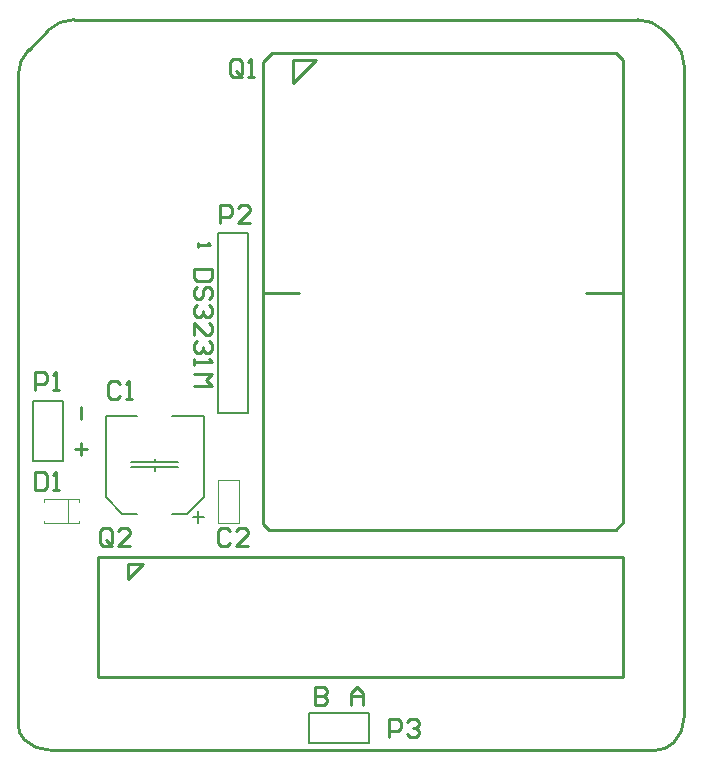
<source format=gto>
G04 Layer_Color=65535*
%FSLAX25Y25*%
%MOIN*%
G70*
G01*
G75*
%ADD14C,0.01000*%
%ADD21C,0.00787*%
%ADD22C,0.00394*%
%ADD23C,0.00600*%
D14*
X171646Y128000D02*
Y168000D01*
Y128000D02*
X346646D01*
Y168000D01*
X171646D02*
X346646D01*
X181646Y160500D02*
Y165500D01*
Y160500D02*
X186646Y165500D01*
X181646D02*
X186646D01*
X236646Y326000D02*
Y333500D01*
Y326000D02*
X244146Y333500D01*
X236646D02*
X244146D01*
X226646Y179000D02*
X228646Y177000D01*
X344146D01*
X346646Y179500D01*
Y333500D01*
X344146Y336000D02*
X346646Y333500D01*
X229646Y336000D02*
X344146D01*
X226646Y333000D02*
X229646Y336000D01*
X226646Y179000D02*
Y333000D01*
Y256000D02*
X238646D01*
X334146D02*
X346646D01*
X176144Y172500D02*
Y176498D01*
X175145Y177498D01*
X173145D01*
X172146Y176498D01*
Y172500D01*
X173145Y171500D01*
X175145D01*
X174145Y173499D02*
X176144Y171500D01*
X175145D02*
X176144Y172500D01*
X182142Y171500D02*
X178144D01*
X182142Y175499D01*
Y176498D01*
X181143Y177498D01*
X179143D01*
X178144Y176498D01*
X219499Y329000D02*
Y332998D01*
X218499Y333998D01*
X216500D01*
X215500Y332998D01*
Y329000D01*
X216500Y328000D01*
X218499D01*
X217499Y329999D02*
X219499Y328000D01*
X218499D02*
X219499Y329000D01*
X221498Y328000D02*
X223497D01*
X222498D01*
Y333998D01*
X221498Y332998D01*
X268500Y108000D02*
Y113998D01*
X271499D01*
X272499Y112998D01*
Y110999D01*
X271499Y109999D01*
X268500D01*
X274498Y112998D02*
X275498Y113998D01*
X277497D01*
X278497Y112998D01*
Y111999D01*
X277497Y110999D01*
X276497D01*
X277497D01*
X278497Y109999D01*
Y109000D01*
X277497Y108000D01*
X275498D01*
X274498Y109000D01*
X212253Y279353D02*
Y285351D01*
X215253D01*
X216252Y284351D01*
Y282352D01*
X215253Y281352D01*
X212253D01*
X222250Y279353D02*
X218252D01*
X222250Y283351D01*
Y284351D01*
X221251Y285351D01*
X219251D01*
X218252Y284351D01*
X150448Y223400D02*
Y229398D01*
X153447D01*
X154447Y228398D01*
Y226399D01*
X153447Y225399D01*
X150448D01*
X156446Y223400D02*
X158446D01*
X157446D01*
Y229398D01*
X156446Y228398D01*
X150500Y196255D02*
Y190257D01*
X153499D01*
X154499Y191256D01*
Y195255D01*
X153499Y196255D01*
X150500D01*
X156498Y190257D02*
X158497D01*
X157498D01*
Y196255D01*
X156498Y195255D01*
X215499Y176498D02*
X214499Y177498D01*
X212500D01*
X211500Y176498D01*
Y172500D01*
X212500Y171500D01*
X214499D01*
X215499Y172500D01*
X221497Y171500D02*
X217498D01*
X221497Y175499D01*
Y176498D01*
X220497Y177498D01*
X218498D01*
X217498Y176498D01*
X178799Y225698D02*
X177799Y226698D01*
X175800D01*
X174800Y225698D01*
Y221700D01*
X175800Y220700D01*
X177799D01*
X178799Y221700D01*
X180798Y220700D02*
X182797D01*
X181798D01*
Y226698D01*
X180798Y225698D01*
X244000Y124498D02*
Y118500D01*
X246999D01*
X247999Y119500D01*
Y120499D01*
X246999Y121499D01*
X244000D01*
X246999D01*
X247999Y122499D01*
Y123498D01*
X246999Y124498D01*
X244000D01*
X255996Y118500D02*
Y122499D01*
X257996Y124498D01*
X259995Y122499D01*
Y118500D01*
Y121499D01*
X255996D01*
X165999Y218000D02*
Y214001D01*
Y206004D02*
Y202005D01*
X167998Y204005D02*
X164000D01*
X209498Y264000D02*
X203500D01*
Y261001D01*
X204500Y260001D01*
X208498D01*
X209498Y261001D01*
Y264000D01*
X208498Y254003D02*
X209498Y255003D01*
Y257002D01*
X208498Y258002D01*
X207499D01*
X206499Y257002D01*
Y255003D01*
X205499Y254003D01*
X204500D01*
X203500Y255003D01*
Y257002D01*
X204500Y258002D01*
X208498Y252004D02*
X209498Y251004D01*
Y249005D01*
X208498Y248005D01*
X207499D01*
X206499Y249005D01*
Y250005D01*
Y249005D01*
X205499Y248005D01*
X204500D01*
X203500Y249005D01*
Y251004D01*
X204500Y252004D01*
X203500Y242007D02*
Y246006D01*
X207499Y242007D01*
X208498D01*
X209498Y243007D01*
Y245006D01*
X208498Y246006D01*
Y240008D02*
X209498Y239008D01*
Y237009D01*
X208498Y236009D01*
X207499D01*
X206499Y237009D01*
Y238008D01*
Y237009D01*
X205499Y236009D01*
X204500D01*
X203500Y237009D01*
Y239008D01*
X204500Y240008D01*
X203500Y234010D02*
Y232010D01*
Y233010D01*
X209498D01*
X208498Y234010D01*
X203500Y229011D02*
X209498D01*
X207499Y227012D01*
X209498Y225013D01*
X203500D01*
X205000Y272500D02*
Y271188D01*
Y271844D01*
X208936D01*
X208280Y272500D01*
X360035Y343464D02*
G03*
X351500Y347000I-8535J-8535D01*
G01*
X367000Y331500D02*
G03*
X363464Y340036I-12071J0D01*
G01*
Y105965D02*
G03*
X367000Y114500I-8535J8535D01*
G01*
X357515Y103500D02*
G03*
X363464Y105965I0J8414D01*
G01*
X146965Y107036D02*
G03*
X155500Y103500I8535J8535D01*
G01*
X145000Y111778D02*
G03*
X146965Y107036I6707J0D01*
G01*
X148536Y337035D02*
G03*
X145000Y328500I8535J-8535D01*
G01*
X163500Y347000D02*
G03*
X154964Y343464I0J-12071D01*
G01*
X281000Y347000D02*
X351500D01*
X360035Y343464D02*
X363464Y340036D01*
X367000Y114500D02*
Y331500D01*
X155500Y103500D02*
X357515D01*
X145000Y111778D02*
Y319500D01*
Y328500D01*
X148536Y337035D02*
X154964Y343464D01*
X163500Y347000D02*
X281000D01*
D21*
X211653Y215953D02*
X221654D01*
X211653Y275953D02*
X221654D01*
Y215953D02*
Y275953D01*
X211653Y215953D02*
Y275953D01*
X149848Y200000D02*
X159848D01*
X149848D02*
Y220000D01*
X159848D01*
Y200000D02*
Y220000D01*
X196405Y182276D02*
X201327D01*
X179673D02*
X184595D01*
X196405Y214953D02*
X206839D01*
X174161D02*
X184595D01*
X174161Y187787D02*
Y214953D01*
Y187787D02*
X179673Y182276D01*
X206839Y187787D02*
Y214953D01*
X201327Y182276D02*
X206839Y187787D01*
X262000Y106000D02*
Y116000D01*
X242000Y106000D02*
X262000D01*
X242000D02*
Y116000D01*
X262000D01*
D22*
X153595Y187094D02*
X165405D01*
Y186306D02*
Y187094D01*
X153595Y186306D02*
Y187094D01*
Y179220D02*
Y180007D01*
Y179220D02*
X165405D01*
Y180007D01*
X161469Y179220D02*
Y187094D01*
X211457Y179220D02*
X218543D01*
Y193393D01*
X211457D02*
X218543D01*
X211457Y179220D02*
Y193393D01*
D23*
X205067Y181291D02*
Y183260D01*
X190500Y199402D02*
Y200583D01*
Y196646D02*
Y197827D01*
X182626D02*
X198374D01*
X182626Y199402D02*
X198374D01*
X203098Y181291D02*
X207035D01*
X205067Y179323D02*
Y181291D01*
M02*

</source>
